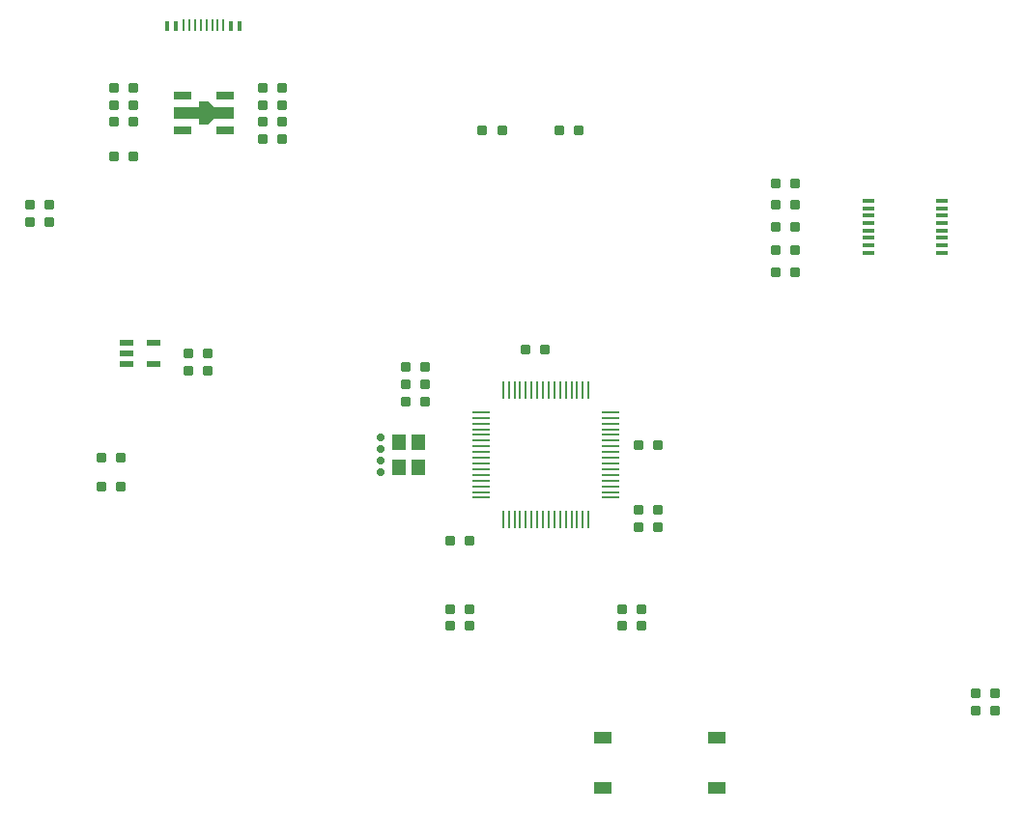
<source format=gtp>
G04 #@! TF.GenerationSoftware,KiCad,Pcbnew,7.0.6*
G04 #@! TF.CreationDate,2023-12-17T19:57:47+09:00*
G04 #@! TF.ProjectId,EB-RH850F1KMS1,45422d52-4838-4353-9046-314b4d53312e,V1.0*
G04 #@! TF.SameCoordinates,Original*
G04 #@! TF.FileFunction,Paste,Top*
G04 #@! TF.FilePolarity,Positive*
%FSLAX46Y46*%
G04 Gerber Fmt 4.6, Leading zero omitted, Abs format (unit mm)*
G04 Created by KiCad (PCBNEW 7.0.6) date 2023-12-17 19:57:47*
%MOMM*%
%LPD*%
G01*
G04 APERTURE LIST*
G04 Aperture macros list*
%AMRoundRect*
0 Rectangle with rounded corners*
0 $1 Rounding radius*
0 $2 $3 $4 $5 $6 $7 $8 $9 X,Y pos of 4 corners*
0 Add a 4 corners polygon primitive as box body*
4,1,4,$2,$3,$4,$5,$6,$7,$8,$9,$2,$3,0*
0 Add four circle primitives for the rounded corners*
1,1,$1+$1,$2,$3*
1,1,$1+$1,$4,$5*
1,1,$1+$1,$6,$7*
1,1,$1+$1,$8,$9*
0 Add four rect primitives between the rounded corners*
20,1,$1+$1,$2,$3,$4,$5,0*
20,1,$1+$1,$4,$5,$6,$7,0*
20,1,$1+$1,$6,$7,$8,$9,0*
20,1,$1+$1,$8,$9,$2,$3,0*%
%AMFreePoly0*
4,1,13,0.900000,0.500000,2.600000,0.500000,2.600000,-0.500000,0.900000,-0.500000,0.400000,-1.000000,-0.400000,-1.000000,-0.400000,-0.500000,-2.600000,-0.500000,-2.600000,0.500000,-0.400000,0.500000,-0.400000,1.000000,0.400000,1.000000,0.900000,0.500000,0.900000,0.500000,$1*%
G04 Aperture macros list end*
%ADD10RoundRect,0.200000X-0.250000X-0.200000X0.250000X-0.200000X0.250000X0.200000X-0.250000X0.200000X0*%
%ADD11RoundRect,0.200000X0.250000X0.200000X-0.250000X0.200000X-0.250000X-0.200000X0.250000X-0.200000X0*%
%ADD12R,1.200000X0.500000*%
%ADD13R,1.600000X1.000000*%
%ADD14RoundRect,0.150000X0.150000X-0.150000X0.150000X0.150000X-0.150000X0.150000X-0.150000X-0.150000X0*%
%ADD15RoundRect,0.050800X-0.050800X0.724200X-0.050800X-0.724200X0.050800X-0.724200X0.050800X0.724200X0*%
%ADD16RoundRect,0.050800X-0.724200X0.050800X-0.724200X-0.050800X0.724200X-0.050800X0.724200X0.050800X0*%
%ADD17R,0.450000X0.940000*%
%ADD18R,0.203200X1.140000*%
%ADD19RoundRect,0.150000X-0.150000X0.150000X-0.150000X-0.150000X0.150000X-0.150000X0.150000X0.150000X0*%
%ADD20R,1.500000X0.700000*%
%ADD21FreePoly0,0.000000*%
%ADD22RoundRect,0.075000X-0.475000X-0.075000X0.475000X-0.075000X0.475000X0.075000X-0.475000X0.075000X0*%
%ADD23R,1.200000X1.400000*%
G04 APERTURE END LIST*
D10*
X-45250000Y15400000D03*
X-43550000Y15400000D03*
D11*
X-36150000Y24200000D03*
X-37850000Y24200000D03*
X-6650000Y-12500000D03*
X-8350000Y-12500000D03*
D12*
X-36710000Y4830000D03*
X-36710000Y3880000D03*
X-36710000Y2930000D03*
X-34410000Y2930000D03*
X-34410000Y4830000D03*
D10*
X8150000Y-4100000D03*
X9850000Y-4100000D03*
D11*
X-10550000Y2700000D03*
X-12250000Y2700000D03*
D10*
X-38950000Y-5240000D03*
X-37250000Y-5240000D03*
X-37850000Y25700000D03*
X-36150000Y25700000D03*
D13*
X15000000Y-34200000D03*
X15000000Y-29800000D03*
D10*
X-45250000Y16900000D03*
X-43550000Y16900000D03*
X6650000Y-18500000D03*
X8350000Y-18500000D03*
D11*
X-10550000Y1200000D03*
X-12250000Y1200000D03*
D14*
X-14500000Y-6500000D03*
X-14500000Y-5500000D03*
D15*
X3750000Y675000D03*
X3250000Y675000D03*
X2750000Y675000D03*
X2250000Y675000D03*
X1750000Y675000D03*
X1250000Y675000D03*
X750000Y675000D03*
X250000Y675000D03*
X-250000Y675000D03*
X-750000Y675000D03*
X-1250000Y675000D03*
X-1750000Y675000D03*
X-2250000Y675000D03*
X-2750000Y675000D03*
X-3250000Y675000D03*
X-3750000Y675000D03*
D16*
X-5675000Y-1250000D03*
X-5675000Y-1750000D03*
X-5675000Y-2250000D03*
X-5675000Y-2750000D03*
X-5675000Y-3250000D03*
X-5675000Y-3750000D03*
X-5675000Y-4250000D03*
X-5675000Y-4750000D03*
X-5675000Y-5250000D03*
X-5675000Y-5750000D03*
X-5675000Y-6250000D03*
X-5675000Y-6750000D03*
X-5675000Y-7250000D03*
X-5675000Y-7750000D03*
X-5675000Y-8250000D03*
X-5675000Y-8750000D03*
D15*
X-3750000Y-10675000D03*
X-3250000Y-10675000D03*
X-2750000Y-10675000D03*
X-2250000Y-10675000D03*
X-1750000Y-10675000D03*
X-1250000Y-10675000D03*
X-750000Y-10675000D03*
X-250000Y-10675000D03*
X250000Y-10675000D03*
X750000Y-10675000D03*
X1250000Y-10675000D03*
X1750000Y-10675000D03*
X2250000Y-10675000D03*
X2750000Y-10675000D03*
X3250000Y-10675000D03*
X3750000Y-10675000D03*
D16*
X5675000Y-8750000D03*
X5675000Y-8250000D03*
X5675000Y-7750000D03*
X5675000Y-7250000D03*
X5675000Y-6750000D03*
X5675000Y-6250000D03*
X5675000Y-5750000D03*
X5675000Y-5250000D03*
X5675000Y-4750000D03*
X5675000Y-4250000D03*
X5675000Y-3750000D03*
X5675000Y-3250000D03*
X5675000Y-2750000D03*
X5675000Y-2250000D03*
X5675000Y-1750000D03*
X5675000Y-1250000D03*
D10*
X-31350000Y3900000D03*
X-29650000Y3900000D03*
X-8350000Y-20000000D03*
X-6650000Y-20000000D03*
D11*
X-36150000Y27200000D03*
X-37850000Y27200000D03*
D17*
X-26800000Y32575000D03*
X-27600000Y32575000D03*
D18*
X-28750000Y32675000D03*
X-29750000Y32675000D03*
X-30250000Y32675000D03*
X-31250000Y32675000D03*
D17*
X-32400000Y32575000D03*
X-33200000Y32575000D03*
X-33200000Y32575000D03*
X-32400000Y32575000D03*
D18*
X-31750000Y32675000D03*
X-30750000Y32675000D03*
X-29250000Y32675000D03*
X-28250000Y32675000D03*
D17*
X-27600000Y32575000D03*
X-26800000Y32575000D03*
D10*
X-24850000Y27200000D03*
X-23150000Y27200000D03*
X-37850000Y21200000D03*
X-36150000Y21200000D03*
X8150000Y-11300000D03*
X9850000Y-11300000D03*
X-24850000Y25700000D03*
X-23150000Y25700000D03*
D19*
X-14500000Y-3500000D03*
X-14500000Y-4500000D03*
D13*
X5000000Y-34200000D03*
X5000000Y-29800000D03*
D10*
X-31350000Y2400000D03*
X-29650000Y2400000D03*
X-24850000Y24200000D03*
X-23150000Y24200000D03*
X1150000Y23500000D03*
X2850000Y23500000D03*
X-8350000Y-18500000D03*
X-6650000Y-18500000D03*
D11*
X21850000Y16900000D03*
X20150000Y16900000D03*
X-50000Y4200000D03*
X-1750000Y4200000D03*
D10*
X-5550000Y23500000D03*
X-3850000Y23500000D03*
X20150000Y15000000D03*
X21850000Y15000000D03*
D20*
X-31850000Y26500000D03*
D21*
X-30000000Y25000000D03*
D20*
X-31850000Y23500000D03*
X-28150000Y23500000D03*
X-28150000Y26500000D03*
D10*
X37650000Y-27400000D03*
X39350000Y-27400000D03*
X37650000Y-25900000D03*
X39350000Y-25900000D03*
D11*
X21850000Y11000000D03*
X20150000Y11000000D03*
X-10550000Y-300000D03*
X-12250000Y-300000D03*
X9850000Y-9800000D03*
X8150000Y-9800000D03*
X21850000Y13000000D03*
X20150000Y13000000D03*
D22*
X28300000Y17275000D03*
X28300000Y16625000D03*
X28300000Y15975000D03*
X28300000Y15325000D03*
X28300000Y14675000D03*
X28300000Y14025000D03*
X28300000Y13375000D03*
X28300000Y12725000D03*
X34700000Y12725000D03*
X34700000Y13375000D03*
X34700000Y14025000D03*
X34700000Y14675000D03*
X34700000Y15325000D03*
X34700000Y15975000D03*
X34700000Y16625000D03*
X34700000Y17275000D03*
D10*
X6650000Y-20000000D03*
X8350000Y-20000000D03*
D23*
X-11150000Y-6100000D03*
X-11150000Y-3900000D03*
X-12850000Y-3900000D03*
X-12850000Y-6100000D03*
D10*
X-24850000Y22700000D03*
X-23150000Y22700000D03*
X20150000Y18800000D03*
X21850000Y18800000D03*
X-38950000Y-7780000D03*
X-37250000Y-7780000D03*
M02*

</source>
